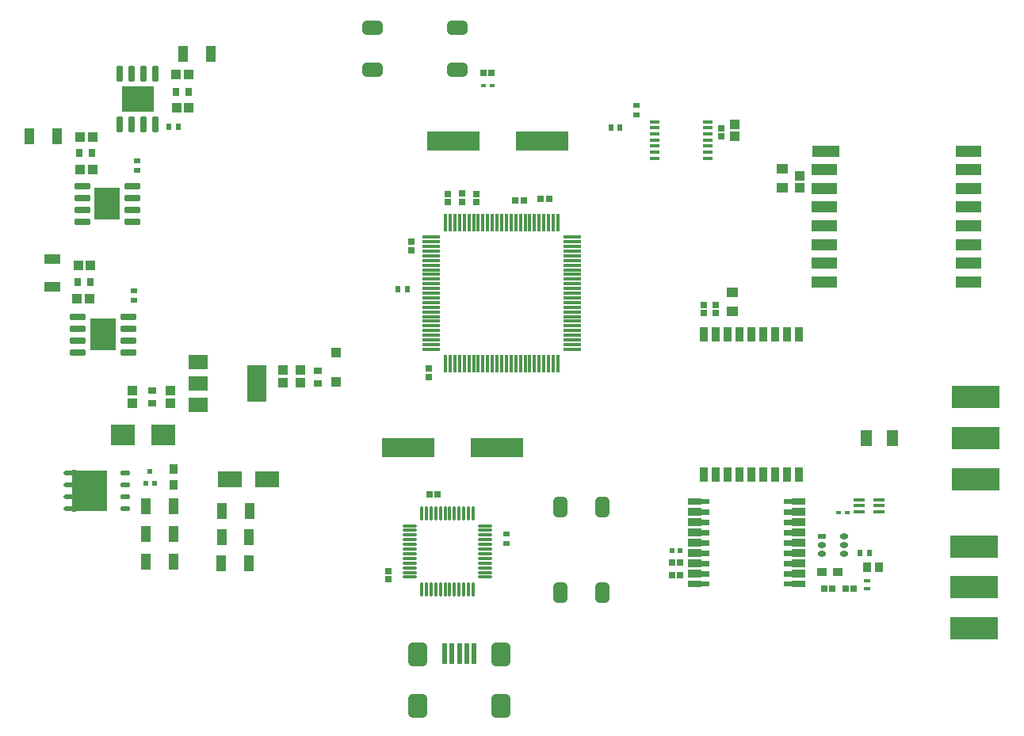
<source format=gbr>
%TF.GenerationSoftware,Altium Limited,Altium Designer,24.10.1 (45)*%
G04 Layer_Color=8421504*
%FSLAX45Y45*%
%MOMM*%
%TF.SameCoordinates,E1515796-6FB3-4C94-B68D-87BC939BF7D9*%
%TF.FilePolarity,Positive*%
%TF.FileFunction,Paste,Top*%
%TF.Part,Single*%
G01*
G75*
%TA.AperFunction,SMDPad,CuDef*%
%ADD20R,0.93980X1.60020*%
%ADD116O,0.32600X1.62600*%
%ADD117O,1.62600X0.32600*%
%ADD118R,0.57600X0.67600*%
%ADD119R,1.07600X0.97600*%
%ADD120R,1.07600X0.42600*%
%ADD121R,0.67600X0.57600*%
%ADD122R,0.71600X0.67600*%
%ADD123R,5.07600X2.36600*%
%ADD124R,5.15600X2.49100*%
%ADD125R,1.27600X1.72600*%
%ADD126R,5.57600X2.07600*%
%ADD129O,1.87600X0.37600*%
%ADD130O,0.37600X1.87600*%
%ADD131R,0.67600X0.71600*%
%ADD132R,0.57600X2.32600*%
%ADD133R,2.07600X3.87600*%
%ADD134R,2.07600X1.57600*%
G04:AMPARAMS|DCode=135|XSize=1.476mm|YSize=2.176mm|CornerRadius=0.388mm|HoleSize=0mm|Usage=FLASHONLY|Rotation=90.000|XOffset=0mm|YOffset=0mm|HoleType=Round|Shape=RoundedRectangle|*
%AMROUNDEDRECTD135*
21,1,1.47600,1.40000,0,0,90.0*
21,1,0.70000,2.17600,0,0,90.0*
1,1,0.77600,0.70000,0.35000*
1,1,0.77600,0.70000,-0.35000*
1,1,0.77600,-0.70000,-0.35000*
1,1,0.77600,-0.70000,0.35000*
%
%ADD135ROUNDEDRECTD135*%
%ADD136R,0.97600X1.07600*%
%TA.AperFunction,ConnectorPad*%
%ADD137R,5.07600X2.36600*%
%ADD138R,5.15600X2.49100*%
%TA.AperFunction,SMDPad,CuDef*%
%ADD139R,1.27600X1.07600*%
%ADD140O,0.87600X0.62600*%
%ADD141R,0.87600X0.62600*%
%ADD142R,0.87600X0.97600*%
%ADD143R,0.47600X0.37600*%
%ADD144R,1.24440X0.43160*%
%ADD145R,0.72600X0.42600*%
%ADD146R,0.97600X0.87600*%
%ADD147R,0.47600X0.57600*%
%ADD148R,1.12600X1.67600*%
%ADD149R,1.67600X1.12600*%
%ADD150R,0.72600X0.87600*%
G04:AMPARAMS|DCode=151|XSize=2.076mm|YSize=2.576mm|CornerRadius=0.538mm|HoleSize=0mm|Usage=FLASHONLY|Rotation=0.000|XOffset=0mm|YOffset=0mm|HoleType=Round|Shape=RoundedRectangle|*
%AMROUNDEDRECTD151*
21,1,2.07600,1.50000,0,0,0.0*
21,1,1.00000,2.57600,0,0,0.0*
1,1,1.07600,0.50000,-0.75000*
1,1,1.07600,-0.50000,-0.75000*
1,1,1.07600,-0.50000,0.75000*
1,1,1.07600,0.50000,0.75000*
%
%ADD151ROUNDEDRECTD151*%
%ADD152R,0.87600X0.72600*%
%ADD153R,1.02600X0.97600*%
%ADD154R,2.52600X2.22600*%
%ADD155R,0.47600X0.58600*%
%ADD156R,2.57600X1.77600*%
%ADD157O,1.07600X0.57600*%
%ADD158O,1.47600X0.57600*%
%ADD159R,2.67600X1.17600*%
%ADD160R,2.87600X1.17600*%
G04:AMPARAMS|DCode=161|XSize=1.476mm|YSize=2.176mm|CornerRadius=0.388mm|HoleSize=0mm|Usage=FLASHONLY|Rotation=180.000|XOffset=0mm|YOffset=0mm|HoleType=Round|Shape=RoundedRectangle|*
%AMROUNDEDRECTD161*
21,1,1.47600,1.40000,0,0,180.0*
21,1,0.70000,2.17600,0,0,180.0*
1,1,0.77600,-0.35000,0.70000*
1,1,0.77600,0.35000,0.70000*
1,1,0.77600,0.35000,-0.70000*
1,1,0.77600,-0.35000,-0.70000*
%
%ADD161ROUNDEDRECTD161*%
G04:AMPARAMS|DCode=177|XSize=1.626mm|YSize=0.676mm|CornerRadius=0.053mm|HoleSize=0mm|Usage=FLASHONLY|Rotation=180.000|XOffset=0mm|YOffset=0mm|HoleType=Round|Shape=RoundedRectangle|*
%AMROUNDEDRECTD177*
21,1,1.62600,0.57000,0,0,180.0*
21,1,1.52000,0.67600,0,0,180.0*
1,1,0.10600,-0.76000,0.28500*
1,1,0.10600,0.76000,0.28500*
1,1,0.10600,0.76000,-0.28500*
1,1,0.10600,-0.76000,-0.28500*
%
%ADD177ROUNDEDRECTD177*%
G04:AMPARAMS|DCode=178|XSize=1.626mm|YSize=0.676mm|CornerRadius=0.053mm|HoleSize=0mm|Usage=FLASHONLY|Rotation=90.000|XOffset=0mm|YOffset=0mm|HoleType=Round|Shape=RoundedRectangle|*
%AMROUNDEDRECTD178*
21,1,1.62600,0.57000,0,0,90.0*
21,1,1.52000,0.67600,0,0,90.0*
1,1,0.10600,0.28500,0.76000*
1,1,0.10600,0.28500,-0.76000*
1,1,0.10600,-0.28500,-0.76000*
1,1,0.10600,-0.28500,0.76000*
%
%ADD178ROUNDEDRECTD178*%
G36*
X1712500Y6589500D02*
X1372500D01*
Y6860500D01*
X1712500D01*
Y6589500D01*
D02*
G37*
G36*
X1353000Y5432501D02*
X1082000D01*
Y5772501D01*
X1353000D01*
Y5432501D01*
D02*
G37*
G36*
X1305500Y4037501D02*
X1034500D01*
Y4377501D01*
X1305500D01*
Y4037501D01*
D02*
G37*
G36*
X8672500Y2385001D02*
X8532500D01*
Y2395001D01*
X8442500D01*
Y2445001D01*
X8532500D01*
Y2455001D01*
X8672500D01*
Y2385001D01*
D02*
G37*
G36*
X7562500Y2445001D02*
X7652500D01*
Y2395001D01*
X7562500D01*
Y2385001D01*
X7422500D01*
Y2455001D01*
X7562500D01*
Y2445001D01*
D02*
G37*
G36*
X877780Y2758291D02*
X878060Y2758277D01*
X878151Y2758254D01*
X878245Y2758245D01*
X878515Y2758163D01*
X878786Y2758095D01*
X878871Y2758055D01*
X878961Y2758028D01*
X879209Y2757895D01*
X879463Y2757775D01*
X879539Y2757719D01*
X879621Y2757675D01*
X879838Y2757497D01*
X880064Y2757329D01*
X882339Y2755268D01*
X887355Y2751916D01*
X892845Y2749642D01*
X898763Y2748465D01*
X901736Y2748319D01*
X1207500D01*
X1208245Y2748245D01*
X1208961Y2748028D01*
X1209621Y2747675D01*
X1210200Y2747200D01*
X1210675Y2746622D01*
X1211028Y2745961D01*
X1211245Y2745245D01*
X1211318Y2744500D01*
Y2324500D01*
X1211245Y2323755D01*
X1211028Y2323039D01*
X1210675Y2322379D01*
X1210200Y2321800D01*
X1209621Y2321325D01*
X1208961Y2320972D01*
X1208245Y2320755D01*
X1207500Y2320682D01*
X901737D01*
X898764Y2320535D01*
X892846Y2319359D01*
X887355Y2317084D01*
X882338Y2313732D01*
X880064Y2311671D01*
X879836Y2311502D01*
X879621Y2311325D01*
X879539Y2311281D01*
X879463Y2311225D01*
X879209Y2311105D01*
X878961Y2310972D01*
X878871Y2310945D01*
X878786Y2310905D01*
X878515Y2310837D01*
X878245Y2310755D01*
X878151Y2310746D01*
X878060Y2310723D01*
X877780Y2310709D01*
X877500Y2310681D01*
X847500Y2310682D01*
X846755Y2310755D01*
X846039Y2310972D01*
X845379Y2311325D01*
X844800Y2311800D01*
X844325Y2312379D01*
X843972Y2313039D01*
X843755Y2313755D01*
X843682Y2314500D01*
Y2754500D01*
X843755Y2755245D01*
X843972Y2755961D01*
X844325Y2756622D01*
X844800Y2757200D01*
X845379Y2757675D01*
X846039Y2758028D01*
X846755Y2758245D01*
X847500Y2758319D01*
X877500D01*
X877780Y2758291D01*
D02*
G37*
G36*
X8672500Y2270001D02*
X8532500D01*
Y2280001D01*
X8442500D01*
Y2340001D01*
X8532500D01*
Y2350001D01*
X8672500D01*
Y2270001D01*
D02*
G37*
G36*
X7562500Y2340001D02*
X7652500D01*
Y2280001D01*
X7562500D01*
Y2270001D01*
X7422500D01*
Y2350001D01*
X7562500D01*
Y2340001D01*
D02*
G37*
G36*
X8672500Y2160001D02*
X8532500D01*
Y2170001D01*
X8442500D01*
Y2230001D01*
X8532500D01*
Y2240001D01*
X8672500D01*
Y2160001D01*
D02*
G37*
G36*
X7562500Y2230001D02*
X7652500D01*
Y2170001D01*
X7562500D01*
Y2160001D01*
X7422500D01*
Y2240001D01*
X7562500D01*
Y2230001D01*
D02*
G37*
G36*
X8672500Y2050001D02*
X8532500D01*
Y2060001D01*
X8442500D01*
Y2120001D01*
X8532500D01*
Y2130001D01*
X8672500D01*
Y2050001D01*
D02*
G37*
G36*
X7562500Y2120001D02*
X7652500D01*
Y2060001D01*
X7562500D01*
Y2050001D01*
X7422500D01*
Y2130001D01*
X7562500D01*
Y2120001D01*
D02*
G37*
G36*
X8672500Y1940001D02*
X8532500D01*
Y1950001D01*
X8442500D01*
Y2010001D01*
X8532500D01*
Y2020001D01*
X8672500D01*
Y1940001D01*
D02*
G37*
G36*
X7562500Y2010001D02*
X7652500D01*
Y1950001D01*
X7562500D01*
Y1940001D01*
X7422500D01*
Y2020001D01*
X7562500D01*
Y2010001D01*
D02*
G37*
G36*
X8672500Y1830001D02*
X8532500D01*
Y1840001D01*
X8442500D01*
Y1900001D01*
X8532500D01*
Y1910001D01*
X8672500D01*
Y1830001D01*
D02*
G37*
G36*
X7562500Y1900001D02*
X7652500D01*
Y1840001D01*
X7562500D01*
Y1830001D01*
X7422500D01*
Y1910001D01*
X7562500D01*
Y1900001D01*
D02*
G37*
G36*
X8672500Y1720001D02*
X8532500D01*
Y1730001D01*
X8442500D01*
Y1790001D01*
X8532500D01*
Y1800001D01*
X8672500D01*
Y1720001D01*
D02*
G37*
G36*
X7562500Y1790001D02*
X7652500D01*
Y1730001D01*
X7562500D01*
Y1720001D01*
X7422500D01*
Y1800001D01*
X7562500D01*
Y1790001D01*
D02*
G37*
G36*
X8672500Y1610001D02*
X8532500D01*
Y1620001D01*
X8442500D01*
Y1680001D01*
X8532500D01*
Y1690001D01*
X8672500D01*
Y1610001D01*
D02*
G37*
G36*
X7562500Y1680001D02*
X7652500D01*
Y1620001D01*
X7562500D01*
Y1610001D01*
X7422500D01*
Y1690001D01*
X7562500D01*
Y1680001D01*
D02*
G37*
G36*
X8672500Y1505001D02*
X8532500D01*
Y1515001D01*
X8442500D01*
Y1565001D01*
X8532500D01*
Y1575001D01*
X8672500D01*
Y1505001D01*
D02*
G37*
G36*
X7562500Y1565001D02*
X7652500D01*
Y1515001D01*
X7562500D01*
Y1505001D01*
X7422500D01*
Y1575001D01*
X7562500D01*
Y1565001D01*
D02*
G37*
D20*
X8608000Y4210570D02*
D03*
X8481000D02*
D03*
X8354000D02*
D03*
X8227000D02*
D03*
X8100000D02*
D03*
X7973000D02*
D03*
X7846000D02*
D03*
X7719000D02*
D03*
X7592000D02*
D03*
Y2709430D02*
D03*
X7719000D02*
D03*
X7846000D02*
D03*
X7973000D02*
D03*
X8100000D02*
D03*
X8227000D02*
D03*
X8354000D02*
D03*
X8481000D02*
D03*
X8608000D02*
D03*
D116*
X5125000Y2290000D02*
D03*
X5075000D02*
D03*
X5025000D02*
D03*
X4975000D02*
D03*
X4925000D02*
D03*
X4875000D02*
D03*
X4825000D02*
D03*
X4775000D02*
D03*
X4725000D02*
D03*
X4675000D02*
D03*
X4625000D02*
D03*
X4575000D02*
D03*
Y1485000D02*
D03*
X4625000D02*
D03*
X4675000D02*
D03*
X4725000D02*
D03*
X4775000D02*
D03*
X4825000D02*
D03*
X4875000D02*
D03*
X4925000D02*
D03*
X4975000D02*
D03*
X5025000D02*
D03*
X5075000D02*
D03*
X5125000D02*
D03*
D117*
X4447500Y2162500D02*
D03*
Y2112500D02*
D03*
Y2062500D02*
D03*
Y2012500D02*
D03*
Y1962500D02*
D03*
Y1912500D02*
D03*
Y1862500D02*
D03*
Y1812500D02*
D03*
Y1762500D02*
D03*
Y1712500D02*
D03*
Y1662500D02*
D03*
Y1612500D02*
D03*
X5252500D02*
D03*
Y1662500D02*
D03*
Y1712500D02*
D03*
Y1762500D02*
D03*
Y1812500D02*
D03*
Y1862500D02*
D03*
Y1912500D02*
D03*
Y1962500D02*
D03*
Y2012500D02*
D03*
Y2062500D02*
D03*
Y2112500D02*
D03*
Y2162500D02*
D03*
D118*
X6595000Y6415000D02*
D03*
X6695000D02*
D03*
X4420000Y4692500D02*
D03*
X4320000D02*
D03*
X9355000Y1867500D02*
D03*
X9255000D02*
D03*
X1977500Y6427500D02*
D03*
X1877500D02*
D03*
D119*
X7920000Y6455000D02*
D03*
Y6320000D02*
D03*
X8617500Y5905000D02*
D03*
Y5770000D02*
D03*
X1482500Y3467500D02*
D03*
Y3602500D02*
D03*
X3282500Y3687500D02*
D03*
Y3822500D02*
D03*
X3092500Y3687500D02*
D03*
Y3822500D02*
D03*
X1890000Y3467500D02*
D03*
Y3602500D02*
D03*
D120*
X7067500Y6480000D02*
D03*
Y6415000D02*
D03*
Y6350000D02*
D03*
Y6285000D02*
D03*
Y6220000D02*
D03*
Y6155000D02*
D03*
Y6090000D02*
D03*
X7632500D02*
D03*
Y6155000D02*
D03*
Y6220000D02*
D03*
Y6285000D02*
D03*
Y6350000D02*
D03*
Y6415000D02*
D03*
Y6480000D02*
D03*
D121*
X6867500Y6652500D02*
D03*
Y6552500D02*
D03*
X1537500Y6057500D02*
D03*
Y5957501D02*
D03*
X5477500Y1972500D02*
D03*
Y2072500D02*
D03*
X1502500Y4675000D02*
D03*
Y4575000D02*
D03*
D122*
X7775000Y6323500D02*
D03*
Y6411500D02*
D03*
X4217500Y1588500D02*
D03*
Y1676500D02*
D03*
X7720000Y4524000D02*
D03*
Y4436000D02*
D03*
X7585000Y4521500D02*
D03*
Y4433500D02*
D03*
X4647500Y3753501D02*
D03*
Y3841501D02*
D03*
X4467500Y5196500D02*
D03*
Y5108500D02*
D03*
X4857500Y5709000D02*
D03*
Y5621000D02*
D03*
X5010000Y5713000D02*
D03*
Y5625000D02*
D03*
X5157500Y5706500D02*
D03*
Y5618500D02*
D03*
D123*
X10475000Y1502500D02*
D03*
D124*
Y1940750D02*
D03*
Y1064200D02*
D03*
D125*
X9605000Y3100000D02*
D03*
X9325000D02*
D03*
D126*
X4430000Y2995000D02*
D03*
X5380000D02*
D03*
X5860000Y6272501D02*
D03*
X4910000D02*
D03*
D129*
X6185000Y5247501D02*
D03*
Y5197501D02*
D03*
Y5147501D02*
D03*
Y5097501D02*
D03*
Y5047501D02*
D03*
Y4997501D02*
D03*
Y4947501D02*
D03*
Y4897501D02*
D03*
Y4847501D02*
D03*
Y4797501D02*
D03*
Y4747501D02*
D03*
Y4697501D02*
D03*
Y4647501D02*
D03*
Y4597501D02*
D03*
Y4547501D02*
D03*
Y4497501D02*
D03*
Y4447501D02*
D03*
Y4397501D02*
D03*
Y4347501D02*
D03*
Y4297501D02*
D03*
Y4247501D02*
D03*
Y4197501D02*
D03*
Y4147501D02*
D03*
Y4097501D02*
D03*
Y4047501D02*
D03*
X4675000D02*
D03*
Y4097501D02*
D03*
Y4147501D02*
D03*
Y4197501D02*
D03*
Y4247501D02*
D03*
Y4297501D02*
D03*
Y4347501D02*
D03*
Y4397501D02*
D03*
Y4447501D02*
D03*
Y4497501D02*
D03*
Y4547501D02*
D03*
Y4597501D02*
D03*
Y4647501D02*
D03*
Y4697501D02*
D03*
Y4747501D02*
D03*
Y4797501D02*
D03*
Y4847501D02*
D03*
Y4897501D02*
D03*
Y4947501D02*
D03*
Y4997501D02*
D03*
Y5047501D02*
D03*
Y5097501D02*
D03*
Y5147501D02*
D03*
Y5197501D02*
D03*
Y5247501D02*
D03*
D130*
X6030000Y3892501D02*
D03*
X5980000D02*
D03*
X5930000D02*
D03*
X5880000D02*
D03*
X5830000D02*
D03*
X5780000D02*
D03*
X5730000D02*
D03*
X5680000D02*
D03*
X5630000D02*
D03*
X5580000D02*
D03*
X5530000D02*
D03*
X5480000D02*
D03*
X5430000D02*
D03*
X5380000D02*
D03*
X5330000D02*
D03*
X5280000D02*
D03*
X5230000D02*
D03*
X5180000D02*
D03*
X5130000D02*
D03*
X5080000D02*
D03*
X5030000D02*
D03*
X4980000D02*
D03*
X4930000D02*
D03*
X4880000D02*
D03*
X4830000D02*
D03*
Y5402501D02*
D03*
X4880000D02*
D03*
X4930000D02*
D03*
X4980000D02*
D03*
X5030000D02*
D03*
X5080000D02*
D03*
X5130000D02*
D03*
X5180000D02*
D03*
X5230000D02*
D03*
X5280000D02*
D03*
X5330000D02*
D03*
X5380000D02*
D03*
X5430000D02*
D03*
X5480000D02*
D03*
X5530000D02*
D03*
X5580000D02*
D03*
X5630000D02*
D03*
X5680000D02*
D03*
X5730000D02*
D03*
X5780000D02*
D03*
X5830000D02*
D03*
X5880000D02*
D03*
X5930000D02*
D03*
X5980000D02*
D03*
X6030000D02*
D03*
D131*
X4656000Y2495000D02*
D03*
X4744000D02*
D03*
X9190000Y1490001D02*
D03*
X9102000D02*
D03*
X8960000Y1492501D02*
D03*
X8872000D02*
D03*
X7251000Y1765000D02*
D03*
X7339000D02*
D03*
X7251000Y1632500D02*
D03*
X7339000D02*
D03*
X5664000Y5642500D02*
D03*
X5576000D02*
D03*
X5935500Y5655000D02*
D03*
X5847500D02*
D03*
X5322500Y7005000D02*
D03*
X5234500D02*
D03*
D132*
X4897500Y795000D02*
D03*
X4977500D02*
D03*
X4817500D02*
D03*
X5057500D02*
D03*
X5137500D02*
D03*
D133*
X2817500Y3685000D02*
D03*
D134*
X2187500Y3455000D02*
D03*
Y3685000D02*
D03*
Y3915000D02*
D03*
D135*
X4957501Y7482500D02*
D03*
Y7032500D02*
D03*
X4047500D02*
D03*
Y7482500D02*
D03*
D136*
X1060000Y6317500D02*
D03*
X925000D02*
D03*
X1955000Y6625000D02*
D03*
X2090000D02*
D03*
X1030000Y4585001D02*
D03*
X895000D02*
D03*
X1040000Y4945000D02*
D03*
X905000D02*
D03*
X1060000Y5972500D02*
D03*
X925000D02*
D03*
X2085000Y6982500D02*
D03*
X1950000D02*
D03*
D137*
X10490000Y3100000D02*
D03*
D138*
Y3538250D02*
D03*
Y2661700D02*
D03*
D139*
X7892500Y4452500D02*
D03*
Y4652500D02*
D03*
X8425000Y5775000D02*
D03*
Y5975000D02*
D03*
D140*
X9090000Y2052501D02*
D03*
Y1957501D02*
D03*
Y1862501D02*
D03*
X8850000D02*
D03*
Y1957501D02*
D03*
D141*
Y2052501D02*
D03*
D142*
X9335000Y1722500D02*
D03*
X9460000D02*
D03*
X1922500Y2600000D02*
D03*
Y2770000D02*
D03*
D143*
X9030000Y2302500D02*
D03*
X9120000D02*
D03*
X5327500Y6867500D02*
D03*
X5237500D02*
D03*
D144*
X9456640Y2308960D02*
D03*
Y2375000D02*
D03*
Y2441040D02*
D03*
X9248360D02*
D03*
Y2375000D02*
D03*
Y2308960D02*
D03*
D145*
X9335000Y1490000D02*
D03*
Y1575000D02*
D03*
D146*
X8847500Y1665000D02*
D03*
X9017500D02*
D03*
D147*
X7332500Y1892500D02*
D03*
X7252500D02*
D03*
D148*
X2320000Y7207500D02*
D03*
X2025000D02*
D03*
X682500Y6320000D02*
D03*
X387500D02*
D03*
X1927500Y2372500D02*
D03*
X1632500D02*
D03*
X1925000Y2077500D02*
D03*
X1630000D02*
D03*
X1927500Y1775001D02*
D03*
X1632500D02*
D03*
X2445000Y2320000D02*
D03*
X2740000D02*
D03*
X2437500Y2042500D02*
D03*
X2732500D02*
D03*
X2432500Y1762500D02*
D03*
X2727500D02*
D03*
D149*
X627500Y5010000D02*
D03*
Y4715000D02*
D03*
D150*
X897500Y4765000D02*
D03*
X1032500D02*
D03*
X917500Y6147501D02*
D03*
X1052500D02*
D03*
X1947500Y6802500D02*
D03*
X2082500D02*
D03*
D151*
X4532500Y785500D02*
D03*
Y240500D02*
D03*
X5422500D02*
D03*
Y785500D02*
D03*
D152*
X1700000Y3602500D02*
D03*
Y3467500D02*
D03*
X3470000Y3815000D02*
D03*
Y3680000D02*
D03*
D153*
X3662500Y3698801D02*
D03*
Y4013800D02*
D03*
D154*
X1812500Y3130000D02*
D03*
X1382500D02*
D03*
D155*
X1625000Y2612500D02*
D03*
X1725000D02*
D03*
X1675000Y2742500D02*
D03*
D156*
X2922500Y2657500D02*
D03*
X2522500D02*
D03*
D157*
X1412500Y2344000D02*
D03*
Y2471000D02*
D03*
Y2598000D02*
D03*
Y2725000D02*
D03*
D158*
X822500D02*
D03*
Y2598000D02*
D03*
Y2471000D02*
D03*
Y2344000D02*
D03*
D159*
X10419999Y6167500D02*
D03*
Y5967500D02*
D03*
Y5767500D02*
D03*
Y5567500D02*
D03*
Y5367500D02*
D03*
Y5167500D02*
D03*
Y4967500D02*
D03*
Y4767500D02*
D03*
X8880000D02*
D03*
Y4967500D02*
D03*
Y5167500D02*
D03*
Y5367500D02*
D03*
Y5567500D02*
D03*
Y5767500D02*
D03*
Y5967500D02*
D03*
D160*
X8889999Y6167500D02*
D03*
D161*
X6057500Y2360000D02*
D03*
X6507500D02*
D03*
Y1450000D02*
D03*
X6057500D02*
D03*
D177*
X900000Y4017001D02*
D03*
Y4144001D02*
D03*
Y4271001D02*
D03*
Y4398001D02*
D03*
X1440000D02*
D03*
Y4271001D02*
D03*
Y4144001D02*
D03*
Y4017001D02*
D03*
X947500Y5412001D02*
D03*
Y5539001D02*
D03*
Y5666001D02*
D03*
Y5793001D02*
D03*
X1487500D02*
D03*
Y5666001D02*
D03*
Y5539001D02*
D03*
Y5412001D02*
D03*
D178*
X1352000Y6995000D02*
D03*
X1479000D02*
D03*
X1606000D02*
D03*
X1733000D02*
D03*
Y6455000D02*
D03*
X1606000D02*
D03*
X1479000D02*
D03*
X1352000D02*
D03*
%TF.MD5,59a04128ff47dc6770cdb787acd23841*%
M02*

</source>
